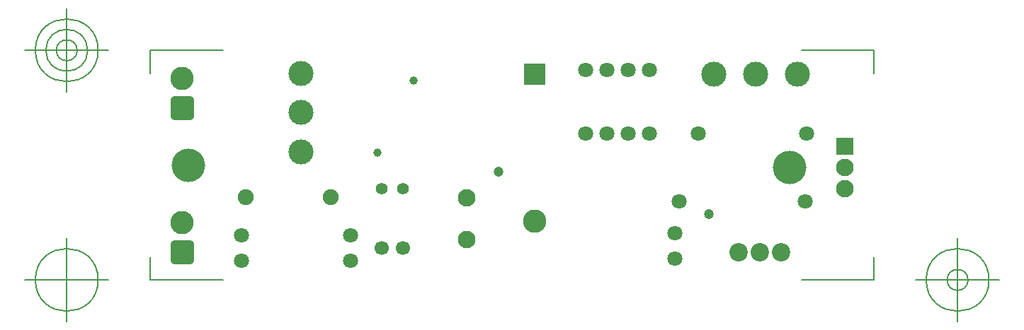
<source format=gbr>
G04 Generated by Ultiboard 14.1 *
%FSLAX34Y34*%
%MOMM*%

%ADD10C,0.0001*%
%ADD11C,0.1270*%
%ADD12C,4.0000*%
%ADD13R,1.8051X1.8051*%
%ADD14C,0.9949*%
%ADD15C,2.8000*%
%ADD16C,2.1000*%
%ADD17R,2.1000X2.1000*%
%ADD18C,1.0000*%
%ADD19C,1.8000*%
%ADD20C,1.9000*%
%ADD21R,2.6000X2.6000*%
%ADD22C,1.7000*%
%ADD23C,1.4000*%
%ADD24C,3.0000*%
%ADD25C,2.2000*%
%ADD26C,1.2000*%


G04 ColorRGB 9900CC for the following layer *
%LNSolder Mask Bottom*%
%LPD*%
G54D10*
G54D11*
X-2540Y-2540D02*
X-2540Y24968D01*
X-2540Y-2540D02*
X83968Y-2540D01*
X862540Y-2540D02*
X776032Y-2540D01*
X862540Y-2540D02*
X862540Y24968D01*
X862540Y272540D02*
X862540Y245032D01*
X862540Y272540D02*
X776032Y272540D01*
X-2540Y272540D02*
X83968Y272540D01*
X-2540Y272540D02*
X-2540Y245032D01*
X-52540Y-2540D02*
X-152540Y-2540D01*
X-102540Y-52540D02*
X-102540Y47460D01*
X-140040Y-2540D02*
G75*
D01*
G02X-140040Y-2540I37500J0*
G01*
X912540Y-2540D02*
X1012540Y-2540D01*
X962540Y-52540D02*
X962540Y47460D01*
X925040Y-2540D02*
G75*
D01*
G02X925040Y-2540I37500J0*
G01*
X950040Y-2540D02*
G75*
D01*
G02X950040Y-2540I12500J0*
G01*
X-52540Y272540D02*
X-152540Y272540D01*
X-102540Y222540D02*
X-102540Y322540D01*
X-140040Y272540D02*
G75*
D01*
G02X-140040Y272540I37500J0*
G01*
X-127540Y272540D02*
G75*
D01*
G02X-127540Y272540I25000J0*
G01*
X-115040Y272540D02*
G75*
D01*
G02X-115040Y272540I12500J0*
G01*
G54D12*
X43180Y134620D03*
X762000Y132080D03*
G54D13*
X35560Y203200D03*
X35560Y30480D03*
G54D14*
X26535Y194175D02*
X44585Y194175D01*
X44585Y212225D01*
X26535Y212225D01*
X26535Y194175D01*D02*
X26535Y21455D02*
X44585Y21455D01*
X44585Y39505D01*
X26535Y39505D01*
X26535Y21455D01*D02*
G54D15*
X35560Y238760D03*
X35560Y66040D03*
X457200Y67890D03*
G54D16*
X828040Y106680D03*
X828040Y132080D03*
X375920Y95720D03*
X375920Y45720D03*
G54D17*
X828040Y157480D03*
G54D18*
X312420Y236220D03*
X269240Y149860D03*
G54D19*
X624840Y22860D03*
X624840Y53340D03*
X779920Y91440D03*
X629920Y91440D03*
X236680Y50800D03*
X106680Y50800D03*
X236680Y20320D03*
X106680Y20320D03*
X652320Y172720D03*
X782320Y172720D03*
X518160Y248920D03*
X543560Y248920D03*
X543560Y172720D03*
X568960Y248920D03*
X568960Y172720D03*
X594360Y248920D03*
X594360Y172720D03*
X518160Y172720D03*
G54D20*
X111760Y96520D03*
X213360Y96520D03*
G54D21*
X457200Y243840D03*
G54D22*
X299320Y35560D03*
X274320Y35560D03*
G54D23*
X299320Y106680D03*
X274320Y106680D03*
G54D24*
X177800Y151120D03*
X177800Y245120D03*
X177800Y198120D03*
X671360Y243840D03*
X721360Y243840D03*
X771360Y243840D03*
G54D25*
X701040Y30480D03*
X726440Y30480D03*
X751840Y30480D03*
G54D26*
X414020Y127000D03*
X665480Y76200D03*

M02*

</source>
